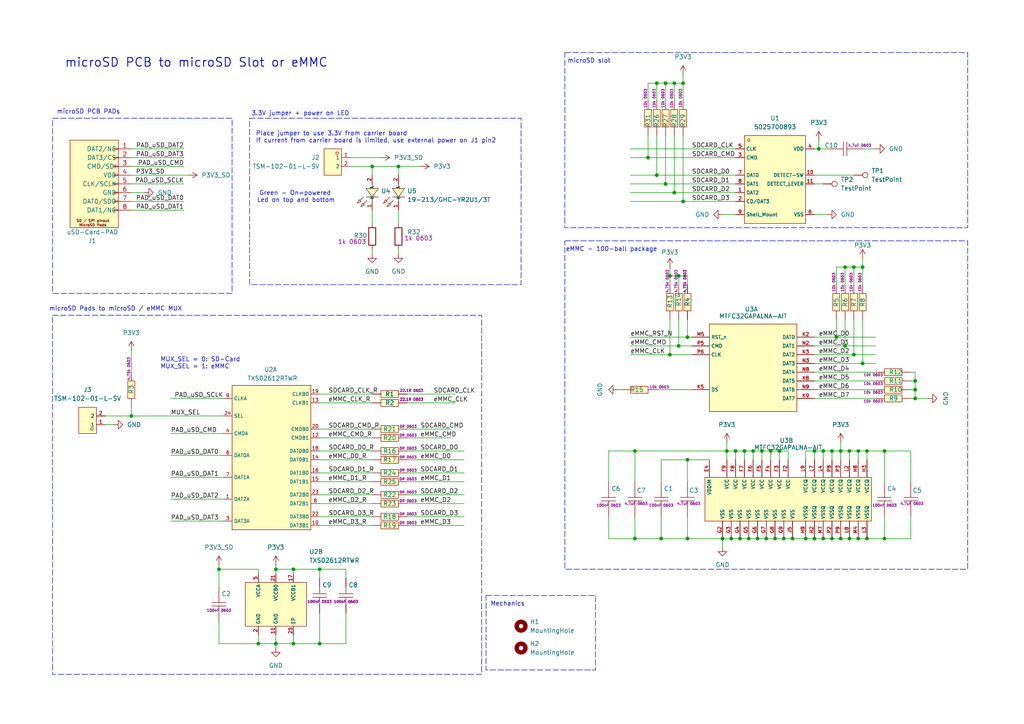
<source format=kicad_sch>
(kicad_sch (version 20250114) (generator "eeschema") (generator_version "9.0")
  (paper "A4")
  (title_block (title "uSD-PCB-MUX") (date "2025-06-22") (rev "01"))
  (rectangle (start 163.83 69.85) (end 280.67 165.1) (stroke (width 0) (type dash)))
  (rectangle (start 140.97 172.72) (end 172.72 194.31) (stroke (width 0) (type dash)))
  (rectangle (start 15.24 91.44) (end 139.7 195.58) (stroke (width 0) (type dash)))
  (rectangle (start 163.83 15.24) (end 280.67 66.04) (stroke (width 0) (type dash)))
  (rectangle (start 15.24 34.29) (end 67.31 85.09) (stroke (width 0) (type dash)))
  (rectangle (start 72.39 34.29) (end 151.13 82.55) (stroke (width 0) (type dash)))
  (text "Led on top and bottom" (at 85.852 58.166 0) (effects (font (size 1.27 1.27))))
  (text "microSD PCB to microSD Slot or eMMC " (at 57.912 18.288 0) (effects (font (size 2.54 2.54) (thickness 0.254) (bold yes))))
  (text "Green - On=powered" (at 85.598 56.134 0) (effects (font (size 1.27 1.27))))
  (text "MUX_SEL = 0: SD-Card\nMUX_SEL = 1: eMMC" (at 46.482 103.632 0) (effects (font (size 1.27 1.27)) (justify left top)))
  (text "microSD Pads to microSD / eMMC MUX" (at 33.528 89.662 0) (effects (font (size 1.27 1.27))))
  (text "microSD slot" (at 164.592 17.018 0) (effects (font (size 1.27 1.27)) (justify left top)))
  (text "eMMC - 100-ball package" (at 164.084 71.628 0) (effects (font (size 1.27 1.27)) (justify left top)))
  (text "Mechanics" (at 142.24 174.498 0) (effects (font (size 1.27 1.27)) (justify left top)))
  (text "microSD PCB PADs" (at 25.654 32.512 0) (effects (font (size 1.27 1.27))))
  (text "3.3V jumper + power on LED" (at 72.898 32.258 0) (effects (font (size 1.27 1.27)) (justify left top)))
  (text "Place jumper to use 3.3V from carrier board\nIf current from carrier board is limited, use external power on J1 pin2" (at 74.168 38.1 0) (effects (font (size 1.27 1.27)) (justify left top)))
  (junction (at 251.46 130.81))
  (junction (at 115.57 48.26))
  (junction (at 194.31 102.87))
  (junction (at 187.96 45.72))
  (junction (at 217.17 156.21))
  (junction (at 222.25 156.21))
  (junction (at 85.09 165.1))
  (junction (at 265.43 115.57))
  (junction (at 198.12 24.13))
  (junction (at 198.12 58.42))
  (junction (at 92.71 186.69))
  (junction (at 190.5 24.13))
  (junction (at 196.85 80.01))
  (junction (at 238.76 130.81))
  (junction (at 199.39 156.21))
  (junction (at 85.09 186.69))
  (junction (at 184.15 130.81))
  (junction (at 199.39 133.35))
  (junction (at 241.3 130.81))
  (junction (at 237.49 43.18))
  (junction (at 107.95 48.26))
  (junction (at 265.43 110.49))
  (junction (at 219.71 156.21))
  (junction (at 238.76 156.21))
  (junction (at 243.84 156.21))
  (junction (at 213.36 130.81))
  (junction (at 63.5 165.1))
  (junction (at 256.54 156.21))
  (junction (at 80.01 165.1))
  (junction (at 265.43 113.03))
  (junction (at 250.19 105.41))
  (junction (at 184.15 156.21))
  (junction (at 195.58 24.13))
  (junction (at 251.46 156.21))
  (junction (at 236.22 130.81))
  (junction (at 242.57 97.79))
  (junction (at 224.79 156.21))
  (junction (at 193.04 53.34))
  (junction (at 246.38 130.81))
  (junction (at 233.68 156.21))
  (junction (at 227.33 156.21))
  (junction (at 195.58 55.88))
  (junction (at 38.1 120.65))
  (junction (at 209.55 156.21))
  (junction (at 218.44 130.81))
  (junction (at 243.84 130.81))
  (junction (at 214.63 156.21))
  (junction (at 246.38 156.21))
  (junction (at 190.5 50.8))
  (junction (at 256.54 130.81))
  (junction (at 245.11 100.33))
  (junction (at 223.52 130.81))
  (junction (at 199.39 97.79))
  (junction (at 248.92 156.21))
  (junction (at 210.82 130.81))
  (junction (at 191.77 156.21))
  (junction (at 229.87 156.21))
  (junction (at 247.65 102.87))
  (junction (at 247.65 77.47))
  (junction (at 196.85 100.33))
  (junction (at 220.98 130.81))
  (junction (at 248.92 130.81))
  (junction (at 250.19 77.47))
  (junction (at 194.31 80.01))
  (junction (at 193.04 24.13))
  (junction (at 215.9 130.81))
  (junction (at 245.11 77.47))
  (junction (at 92.71 165.1))
  (junction (at 236.22 156.21))
  (junction (at 226.06 130.81))
  (junction (at 74.93 186.69))
  (junction (at 212.09 156.21))
  (junction (at 241.3 156.21))
  (junction (at 80.01 186.69))
  (wire (pts (xy 74.93 165.1) (xy 63.5 165.1)))
  (wire (pts (xy 118.11 146.05) (xy 134.62 146.05)))
  (wire (pts (xy 243.84 130.81) (xy 246.38 130.81)))
  (wire (pts (xy 80.01 165.1) (xy 80.01 166.37)))
  (wire (pts (xy 187.96 24.13) (xy 190.5 24.13)))
  (wire (pts (xy 236.22 97.79) (xy 242.57 97.79)))
  (wire (pts (xy 226.06 130.81) (xy 226.06 133.35)))
  (wire (pts (xy 215.9 130.81) (xy 218.44 130.81)))
  (wire (pts (xy 265.43 115.57) (xy 269.24 115.57)))
  (wire (pts (xy 191.77 133.35) (xy 199.39 133.35)))
  (wire (pts (xy 101.6 45.72) (xy 110.49 45.72)))
  (wire (pts (xy 38.1 58.42) (xy 53.34 58.42)))
  (wire (pts (xy 92.71 116.84) (xy 107.95 116.84)))
  (wire (pts (xy 80.01 187.96) (xy 80.01 186.69)))
  (wire (pts (xy 241.3 130.81) (xy 241.3 133.35)))
  (wire (pts (xy 191.77 139.7) (xy 191.77 133.35)))
  (wire (pts (xy 195.58 39.37) (xy 195.58 55.88)))
  (wire (pts (xy 118.11 152.4) (xy 134.62 152.4)))
  (wire (pts (xy 242.57 97.79) (xy 254 97.79)))
  (wire (pts (xy 265.43 107.95) (xy 264.16 107.95)))
  (wire (pts (xy 182.88 97.79) (xy 199.39 97.79)))
  (wire (pts (xy 215.9 130.81) (xy 215.9 133.35)))
  (wire (pts (xy 236.22 113.03) (xy 254 113.03)))
  (wire (pts (xy 210.82 130.81) (xy 184.15 130.81)))
  (wire (pts (xy 190.5 24.13) (xy 190.5 29.21)))
  (wire (pts (xy 223.52 130.81) (xy 226.06 130.81)))
  (wire (pts (xy 264.16 130.81) (xy 264.16 139.7)))
  (wire (pts (xy 219.71 156.21) (xy 222.25 156.21)))
  (wire (pts (xy 118.11 137.16) (xy 134.62 137.16)))
  (wire (pts (xy 187.96 24.13) (xy 187.96 29.21)))
  (wire (pts (xy 118.11 133.35) (xy 134.62 133.35)))
  (wire (pts (xy 246.38 156.21) (xy 248.92 156.21)))
  (wire (pts (xy 107.95 73.66) (xy 107.95 72.39)))
  (wire (pts (xy 256.54 130.81) (xy 256.54 139.7)))
  (wire (pts (xy 193.04 53.34) (xy 213.36 53.34)))
  (wire (pts (xy 242.57 77.47) (xy 245.11 77.47)))
  (wire (pts (xy 217.17 156.21) (xy 219.71 156.21)))
  (wire (pts (xy 80.01 186.69) (xy 74.93 186.69)))
  (wire (pts (xy 194.31 92.71) (xy 194.31 102.87)))
  (wire (pts (xy 238.76 156.21) (xy 241.3 156.21)))
  (wire (pts (xy 190.5 24.13) (xy 193.04 24.13)))
  (wire (pts (xy 176.53 130.81) (xy 176.53 139.7)))
  (wire (pts (xy 63.5 186.69) (xy 74.93 186.69)))
  (wire (pts (xy 92.71 143.51) (xy 107.95 143.51)))
  (wire (pts (xy 228.6 130.81) (xy 228.6 133.35)))
  (wire (pts (xy 184.15 156.21) (xy 191.77 156.21)))
  (wire (pts (xy 251.46 130.81) (xy 256.54 130.81)))
  (wire (pts (xy 176.53 130.81) (xy 184.15 130.81)))
  (wire (pts (xy 118.11 124.46) (xy 130.81 124.46)))
  (wire (pts (xy 182.88 43.18) (xy 213.36 43.18)))
  (wire (pts (xy 236.22 107.95) (xy 254 107.95)))
  (wire (pts (xy 49.53 115.57) (xy 64.77 115.57)))
  (wire (pts (xy 222.25 156.21) (xy 224.79 156.21)))
  (wire (pts (xy 247.65 50.8) (xy 236.22 50.8)))
  (wire (pts (xy 236.22 156.21) (xy 238.76 156.21)))
  (wire (pts (xy 233.68 130.81) (xy 233.68 133.35)))
  (wire (pts (xy 265.43 113.03) (xy 264.16 113.03)))
  (wire (pts (xy 236.22 115.57) (xy 254 115.57)))
  (wire (pts (xy 92.71 165.1) (xy 92.71 167.64)))
  (wire (pts (xy 218.44 130.81) (xy 218.44 133.35)))
  (wire (pts (xy 38.1 53.34) (xy 53.34 53.34)))
  (wire (pts (xy 176.53 156.21) (xy 176.53 149.86)))
  (wire (pts (xy 41.91 55.88) (xy 38.1 55.88)))
  (wire (pts (xy 92.71 127) (xy 107.95 127)))
  (wire (pts (xy 199.39 133.35) (xy 205.74 133.35)))
  (wire (pts (xy 193.04 24.13) (xy 195.58 24.13)))
  (wire (pts (xy 199.39 156.21) (xy 191.77 156.21)))
  (wire (pts (xy 199.39 80.01) (xy 196.85 80.01)))
  (wire (pts (xy 196.85 80.01) (xy 194.31 80.01)))
  (wire (pts (xy 236.22 110.49) (xy 254 110.49)))
  (wire (pts (xy 194.31 77.47) (xy 194.31 80.01)))
  (wire (pts (xy 182.88 45.72) (xy 187.96 45.72)))
  (wire (pts (xy 209.55 156.21) (xy 212.09 156.21)))
  (wire (pts (xy 187.96 39.37) (xy 187.96 45.72)))
  (wire (pts (xy 198.12 21.59) (xy 198.12 24.13)))
  (wire (pts (xy 213.36 130.81) (xy 213.36 133.35)))
  (wire (pts (xy 74.93 166.37) (xy 74.93 165.1)))
  (wire (pts (xy 118.11 127) (xy 130.81 127)))
  (wire (pts (xy 248.92 130.81) (xy 251.46 130.81)))
  (wire (pts (xy 63.5 163.83) (xy 63.5 165.1)))
  (wire (pts (xy 250.19 74.93) (xy 250.19 77.47)))
  (wire (pts (xy 38.1 118.11) (xy 38.1 120.65)))
  (wire (pts (xy 193.04 39.37) (xy 193.04 53.34)))
  (wire (pts (xy 227.33 156.21) (xy 229.87 156.21)))
  (wire (pts (xy 115.57 48.26) (xy 115.57 50.8)))
  (wire (pts (xy 237.49 43.18) (xy 237.49 40.64)))
  (wire (pts (xy 256.54 156.21) (xy 264.16 156.21)))
  (wire (pts (xy 229.87 156.21) (xy 233.68 156.21)))
  (wire (pts (xy 247.65 77.47) (xy 247.65 82.55)))
  (wire (pts (xy 238.76 130.81) (xy 241.3 130.81)))
  (wire (pts (xy 85.09 165.1) (xy 80.01 165.1)))
  (wire (pts (xy 118.11 114.3) (xy 132.08 114.3)))
  (wire (pts (xy 92.71 152.4) (xy 107.95 152.4)))
  (wire (pts (xy 226.06 130.81) (xy 228.6 130.81)))
  (wire (pts (xy 248.92 156.21) (xy 251.46 156.21)))
  (wire (pts (xy 118.11 139.7) (xy 134.62 139.7)))
  (wire (pts (xy 92.71 137.16) (xy 107.95 137.16)))
  (wire (pts (xy 199.39 80.01) (xy 199.39 82.55)))
  (wire (pts (xy 209.55 62.23) (xy 213.36 62.23)))
  (wire (pts (xy 240.03 62.23) (xy 236.22 62.23)))
  (wire (pts (xy 265.43 115.57) (xy 265.43 113.03)))
  (wire (pts (xy 246.38 130.81) (xy 248.92 130.81)))
  (wire (pts (xy 179.07 113.03) (xy 180.34 113.03)))
  (wire (pts (xy 212.09 156.21) (xy 214.63 156.21)))
  (wire (pts (xy 265.43 113.03) (xy 265.43 110.49)))
  (wire (pts (xy 247.65 92.71) (xy 247.65 102.87)))
  (wire (pts (xy 218.44 130.81) (xy 220.98 130.81)))
  (wire (pts (xy 92.71 130.81) (xy 107.95 130.81)))
  (wire (pts (xy 115.57 73.66) (xy 115.57 72.39)))
  (wire (pts (xy 236.22 100.33) (xy 245.11 100.33)))
  (wire (pts (xy 38.1 120.65) (xy 64.77 120.65)))
  (wire (pts (xy 236.22 102.87) (xy 247.65 102.87)))
  (wire (pts (xy 80.01 186.69) (xy 80.01 184.15)))
  (wire (pts (xy 199.39 149.86) (xy 199.39 156.21)))
  (wire (pts (xy 100.33 177.8) (xy 100.33 186.69)))
  (wire (pts (xy 210.82 128.27) (xy 210.82 130.81)))
  (wire (pts (xy 195.58 55.88) (xy 213.36 55.88)))
  (wire (pts (xy 247.65 102.87) (xy 254 102.87)))
  (wire (pts (xy 49.53 132.08) (xy 64.77 132.08)))
  (wire (pts (xy 92.71 177.8) (xy 92.71 186.69)))
  (wire (pts (xy 85.09 186.69) (xy 85.09 184.15)))
  (wire (pts (xy 248.92 130.81) (xy 248.92 133.35)))
  (wire (pts (xy 92.71 186.69) (xy 85.09 186.69)))
  (wire (pts (xy 198.12 24.13) (xy 198.12 29.21)))
  (wire (pts (xy 242.57 92.71) (xy 242.57 97.79)))
  (wire (pts (xy 256.54 130.81) (xy 264.16 130.81)))
  (wire (pts (xy 220.98 130.81) (xy 223.52 130.81)))
  (wire (pts (xy 100.33 186.69) (xy 92.71 186.69)))
  (wire (pts (xy 92.71 149.86) (xy 107.95 149.86)))
  (wire (pts (xy 233.68 156.21) (xy 236.22 156.21)))
  (wire (pts (xy 245.11 92.71) (xy 245.11 100.33)))
  (wire (pts (xy 250.19 77.47) (xy 250.19 82.55)))
  (wire (pts (xy 233.68 130.81) (xy 236.22 130.81)))
  (wire (pts (xy 209.55 158.75) (xy 209.55 156.21)))
  (wire (pts (xy 92.71 114.3) (xy 107.95 114.3)))
  (wire (pts (xy 190.5 39.37) (xy 190.5 50.8)))
  (wire (pts (xy 100.33 165.1) (xy 92.71 165.1)))
  (wire (pts (xy 210.82 130.81) (xy 213.36 130.81)))
  (wire (pts (xy 265.43 115.57) (xy 264.16 115.57)))
  (wire (pts (xy 265.43 107.95) (xy 265.43 110.49)))
  (wire (pts (xy 198.12 39.37) (xy 198.12 58.42)))
  (wire (pts (xy 100.33 167.64) (xy 100.33 165.1)))
  (wire (pts (xy 118.11 149.86) (xy 134.62 149.86)))
  (wire (pts (xy 251.46 130.81) (xy 251.46 133.35)))
  (wire (pts (xy 236.22 130.81) (xy 236.22 133.35)))
  (wire (pts (xy 250.19 92.71) (xy 250.19 105.41)))
  (wire (pts (xy 38.1 50.8) (xy 54.61 50.8)))
  (wire (pts (xy 85.09 186.69) (xy 80.01 186.69)))
  (wire (pts (xy 191.77 149.86) (xy 191.77 156.21)))
  (wire (pts (xy 115.57 60.96) (xy 115.57 64.77)))
  (wire (pts (xy 198.12 58.42) (xy 213.36 58.42)))
  (wire (pts (xy 38.1 60.96) (xy 53.34 60.96)))
  (wire (pts (xy 107.95 48.26) (xy 115.57 48.26)))
  (wire (pts (xy 107.95 48.26) (xy 107.95 50.8)))
  (wire (pts (xy 240.03 43.18) (xy 237.49 43.18)))
  (wire (pts (xy 85.09 166.37) (xy 85.09 165.1)))
  (wire (pts (xy 195.58 24.13) (xy 198.12 24.13)))
  (wire (pts (xy 199.39 133.35) (xy 199.39 139.7)))
  (wire (pts (xy 199.39 97.79) (xy 200.66 97.79)))
  (wire (pts (xy 182.88 100.33) (xy 196.85 100.33)))
  (wire (pts (xy 190.5 113.03) (xy 200.66 113.03)))
  (wire (pts (xy 92.71 139.7) (xy 107.95 139.7)))
  (wire (pts (xy 115.57 48.26) (xy 121.92 48.26)))
  (wire (pts (xy 236.22 43.18) (xy 237.49 43.18)))
  (wire (pts (xy 199.39 156.21) (xy 209.55 156.21)))
  (wire (pts (xy 49.53 144.78) (xy 64.77 144.78)))
  (wire (pts (xy 30.48 120.65) (xy 38.1 120.65)))
  (wire (pts (xy 92.71 124.46) (xy 107.95 124.46)))
  (wire (pts (xy 223.52 130.81) (xy 223.52 133.35)))
  (wire (pts (xy 118.11 143.51) (xy 134.62 143.51)))
  (wire (pts (xy 247.65 77.47) (xy 250.19 77.47)))
  (wire (pts (xy 187.96 45.72) (xy 213.36 45.72)))
  (wire (pts (xy 194.31 80.01) (xy 194.31 82.55)))
  (wire (pts (xy 38.1 43.18) (xy 53.34 43.18)))
  (wire (pts (xy 74.93 186.69) (xy 74.93 184.15)))
  (wire (pts (xy 118.11 130.81) (xy 134.62 130.81)))
  (wire (pts (xy 182.88 53.34) (xy 193.04 53.34)))
  (wire (pts (xy 213.36 130.81) (xy 215.9 130.81)))
  (wire (pts (xy 80.01 163.83) (xy 80.01 165.1)))
  (wire (pts (xy 236.22 130.81) (xy 238.76 130.81)))
  (wire (pts (xy 176.53 156.21) (xy 184.15 156.21)))
  (wire (pts (xy 224.79 156.21) (xy 227.33 156.21)))
  (wire (pts (xy 196.85 80.01) (xy 196.85 82.55)))
  (wire (pts (xy 196.85 100.33) (xy 200.66 100.33)))
  (wire (pts (xy 194.31 102.87) (xy 200.66 102.87)))
  (wire (pts (xy 241.3 156.21) (xy 243.84 156.21)))
  (wire (pts (xy 49.53 125.73) (xy 64.77 125.73)))
  (wire (pts (xy 182.88 58.42) (xy 198.12 58.42)))
  (wire (pts (xy 38.1 48.26) (xy 53.34 48.26)))
  (wire (pts (xy 63.5 165.1) (xy 63.5 170.18)))
  (wire (pts (xy 184.15 156.21) (xy 184.15 149.86)))
  (wire (pts (xy 92.71 146.05) (xy 107.95 146.05)))
  (wire (pts (xy 245.11 77.47) (xy 247.65 77.47)))
  (wire (pts (xy 243.84 156.21) (xy 246.38 156.21)))
  (wire (pts (xy 92.71 133.35) (xy 107.95 133.35)))
  (wire (pts (xy 238.76 53.34) (xy 236.22 53.34)))
  (wire (pts (xy 190.5 50.8) (xy 213.36 50.8)))
  (wire (pts (xy 246.38 130.81) (xy 246.38 133.35)))
  (wire (pts (xy 254 43.18) (xy 250.19 43.18)))
  (wire (pts (xy 236.22 105.41) (xy 250.19 105.41)))
  (wire (pts (xy 245.11 77.47) (xy 245.11 82.55)))
  (wire (pts (xy 243.84 130.81) (xy 243.84 133.35)))
  (wire (pts (xy 101.6 48.26) (xy 107.95 48.26)))
  (wire (pts (xy 184.15 130.81) (xy 184.15 139.7)))
  (wire (pts (xy 242.57 77.47) (xy 242.57 82.55)))
  (wire (pts (xy 210.82 130.81) (xy 210.82 133.35)))
  (wire (pts (xy 38.1 45.72) (xy 53.34 45.72)))
  (wire (pts (xy 220.98 130.81) (xy 220.98 133.35)))
  (wire (pts (xy 241.3 130.81) (xy 243.84 130.81)))
  (wire (pts (xy 182.88 102.87) (xy 194.31 102.87)))
  (wire (pts (xy 63.5 180.34) (xy 63.5 186.69)))
  (wire (pts (xy 250.19 105.41) (xy 254 105.41)))
  (wire (pts (xy 118.11 116.84) (xy 132.08 116.84)))
  (wire (pts (xy 49.53 151.13) (xy 64.77 151.13)))
  (wire (pts (xy 193.04 24.13) (xy 193.04 29.21)))
  (wire (pts (xy 245.11 100.33) (xy 254 100.33)))
  (wire (pts (xy 238.76 130.81) (xy 238.76 133.35)))
  (wire (pts (xy 264.16 156.21) (xy 264.16 149.86)))
  (wire (pts (xy 199.39 92.71) (xy 199.39 97.79)))
  (wire (pts (xy 195.58 24.13) (xy 195.58 29.21)))
  (wire (pts (xy 38.1 101.6) (xy 38.1 107.95)))
  (wire (pts (xy 214.63 156.21) (xy 217.17 156.21)))
  (wire (pts (xy 107.95 60.96) (xy 107.95 64.77)))
  (wire (pts (xy 49.53 138.43) (xy 64.77 138.43)))
  (wire (pts (xy 256.54 156.21) (xy 256.54 149.86)))
  (wire (pts (xy 33.02 123.19) (xy 30.48 123.19)))
  (wire (pts (xy 251.46 156.21) (xy 256.54 156.21)))
  (wire (pts (xy 182.88 50.8) (xy 190.5 50.8)))
  (wire (pts (xy 182.88 55.88) (xy 195.58 55.88)))
  (wire (pts (xy 196.85 92.71) (xy 196.85 100.33)))
  (wire (pts (xy 243.84 128.27) (xy 243.84 130.81)))
  (wire (pts (xy 92.71 165.1) (xy 85.09 165.1)))
  (wire (pts (xy 265.43 110.49) (xy 264.16 110.49)))
  (label "eMMC_D2" (at 237.49 102.87 0))
  (label "MUX_SEL" (at 49.53 120.65 0))
  (label "PAD_uSD_DAT3" (at 49.53 151.13 0))
  (label "eMMC_D3" (at 237.49 105.41 0))
  (label "eMMC_CMD" (at 121.92 127 0))
  (label "PAD_uSD_DAT1" (at 53.34 60.96 180))
  (label "PAD_uSD_SCLK" (at 64.77 115.57 180))
  (label "SDCARD_D0" (at 200.66 50.8 0))
  (label "SDCARD_CMD" (at 121.92 124.46 0))
  (label "SDCARD_D3_R" (at 95.25 149.86 0))
  (label "SDCARD_D1" (at 200.66 53.34 0))
  (label "eMMC_D7" (at 237.49 115.57 0))
  (label "PAD_uSD_CMD" (at 49.53 125.73 0))
  (label "SDCARD_CLK_R" (at 95.25 114.3 0))
  (label "eMMC_D1_R" (at 95.25 139.7 0))
  (label "P3V3_SD" (at 39.37 50.8 0))
  (label "PAD_uSD_DAT3" (at 53.34 45.72 180))
  (label "SDCARD_D1" (at 121.92 137.16 0))
  (label "SDCARD_D1_R" (at 95.25 137.16 0))
  (label "eMMC_D1" (at 237.49 100.33 0))
  (label "eMMC_D0" (at 121.92 133.35 0))
  (label "PAD_uSD_CMD" (at 53.34 48.26 180))
  (label "SDCARD_D3" (at 200.66 58.42 0))
  (label "SDCARD_CMD_R" (at 95.25 124.46 0))
  (label "PAD_uSD_DAT2" (at 49.53 144.78 0))
  (label "SDCARD_D2_R" (at 95.25 143.51 0))
  (label "eMMC_CLK_R" (at 95.25 116.84 0))
  (label "eMMC_D2" (at 121.92 146.05 0))
  (label "eMMC_D0_R" (at 95.25 133.35 0))
  (label "SDCARD_D2" (at 121.92 143.51 0))
  (label "SDCARD_D3" (at 121.92 149.86 0))
  (label "eMMC_D2_R" (at 95.25 146.05 0))
  (label "PAD_uSD_DAT0" (at 53.34 58.42 180))
  (label "PAD_uSD_DAT2" (at 53.34 43.18 180))
  (label "eMMC_D6" (at 237.49 113.03 0))
  (label "eMMC_CLK" (at 182.88 102.87 0))
  (label "eMMC_CLK" (at 125.73 116.84 0))
  (label "eMMC_CMD_R" (at 95.25 127 0))
  (label "SDCARD_CLK" (at 125.73 114.3 0))
  (label "SDCARD_CLK" (at 200.66 43.18 0))
  (label "eMMC_D4" (at 237.49 107.95 0))
  (label "SDCARD_D2" (at 200.66 55.88 0))
  (label "SDCARD_D0_R" (at 95.25 130.81 0))
  (label "eMMC_D3" (at 121.92 152.4 0))
  (label "eMMC_D1" (at 121.92 139.7 0))
  (label "SDCARD_D0" (at 121.92 130.81 0))
  (label "PAD_uSD_DAT1" (at 49.53 138.43 0))
  (label "eMMC_RST_N" (at 182.88 97.79 0))
  (label "eMMC_D0" (at 237.49 97.79 0))
  (label "SDCARD_CMD" (at 200.66 45.72 0))
  (label "eMMC_D5" (at 237.49 110.49 0))
  (label "PAD_uSD_DAT0" (at 49.53 132.08 0))
  (label "eMMC_D3_R" (at 95.25 152.4 0))
  (label "PAD_uSD_SCLK" (at 53.34 53.34 180))
  (label "eMMC_CMD" (at 182.88 100.33 0))
  (symbol (lib_id "JLC_Symbols:RC0603JR-070RL") (at 113.03 139.7 0) (unit 1)
    (property "Reference" "R25" (at 113.03 139.7 0))
    (property "Value" "RC0603JR-070RL" (effects (hide yes)))
    (property "Footprint" "Resistor_SMD_lib:R_0603_1608Metric_Pad0.98x0.95mm_HandSolder" (effects (hide yes)))
    (property "Datasheet" "https://www.mouser.in/datasheet/2/447/PYu_RT_1_to_0_01_RoHS_L_11-1669912.pdf" (effects (hide yes)))
    (property "Description" "0R 0603" (at 118.364 138.938 0) (effects (font (size 0.762 0.762))))
    (property "LCSC" "C95177" (effects (hide yes)))
  )
  (symbol (lib_id "JLC_Symbols:RC0603JR-070RL") (at 113.03 143.51 0) (unit 1)
    (property "Reference" "R22" (at 113.03 143.51 0))
    (property "Value" "RC0603JR-070RL" (effects (hide yes)))
    (property "Footprint" "Resistor_SMD_lib:R_0603_1608Metric_Pad0.98x0.95mm_HandSolder" (effects (hide yes)))
    (property "Datasheet" "https://www.mouser.in/datasheet/2/447/PYu_RT_1_to_0_01_RoHS_L_11-1669912.pdf" (effects (hide yes)))
    (property "Description" "0R 0603" (at 118.364 142.748 0) (effects (font (size 0.762 0.762))))
    (property "LCSC" "C95177" (effects (hide yes)))
  )
  (symbol (lib_id "JLC_Symbols:RC0603JR-0710KL") (at 259.08 115.57 180) (unit 1)
    (property "Reference" "R9" (at 257.81 115.57 0) (effects (justify right)))
    (property "Value" "RC0603JR-0710KL" (effects (hide yes)))
    (property "Footprint" "Resistor_SMD_lib:R_0603_1608Metric_Pad0.98x0.95mm_HandSolder" (effects (hide yes)))
    (property "Datasheet" "https://www.mouser.in/datasheet/2/447/PYu_RT_1_to_0_01_RoHS_L_11-1669912.pdf" (effects (hide yes)))
    (property "Description" "10k 0603" (at 250.444 116.332 0) (effects (font (size 0.762 0.762)) (justify right)))
    (property "LCSC" "C99198" (effects (hide yes)))
  )
  (symbol (lib_id "Power:VCC") (at 38.1 101.6 0) (unit 1)
    (property "Reference" "#PWR07" (effects (hide yes)))
    (property "Value" "P3V3" (at 38.1 96.52 0))
    (property "Description" "Power symbol creates a global label with name \"VCC\"" (effects (hide yes)))
  )
  (symbol (lib_id "Power:VCC") (at 243.84 128.27 0) (unit 1)
    (property "Reference" "#PWR014" (effects (hide yes)))
    (property "Value" "P3V3" (at 243.84 123.19 0))
    (property "Description" "Power symbol creates a global label with name \"VCC\"" (effects (hide yes)))
  )
  (symbol (lib_id "JLC_Symbols:CC0603KRX7R9BB104") (at 191.77 144.78 90) (unit 1)
    (property "Reference" "C1" (at 192.532 141.732 90) (effects (justify right)))
    (property "Value" "CC0603KRX7R9BB104" (effects (hide yes)))
    (property "Footprint" "Capacitor_SMD:C_0603_1608Metric_Pad1.08x0.95mm_HandSolder" (effects (hide yes)))
    (property "Datasheet" "https://jlcpcb.com/api/file/downloadByFileSystemAccessId/8579707083955945472" (effects (hide yes)))
    (property "Description" "100nF 0603" (at 188.214 146.558 90) (effects (font (size 0.762 0.762)) (justify right)))
    (property "LCSC" "C14663" (effects (hide yes)))
    (property "Descr2" "50V X7R" (effects (hide yes)))
  )
  (symbol (lib_id "JLC_Symbols:RC0603FR-074K75L") (at 194.31 87.63 90) (unit 1)
    (property "Reference" "R13" (at 194.31 89.408 0) (effects (justify left)))
    (property "Value" "RC0603FR-074K75L" (effects (hide yes)))
    (property "Footprint" "Resistor_SMD_lib:R_0603_1608Metric_Pad0.98x0.95mm_HandSolder" (effects (hide yes)))
    (property "Datasheet" "https://www.mouser.in/datasheet/2/447/PYu_RT_1_to_0_01_RoHS_L_11-1669912.pdf" (effects (hide yes)))
    (property "Description" "4.75k 0603" (at 193.548 81.534 0) (effects (font (size 0.762 0.762))))
    (property "LCSC" "C137710" (effects (hide yes)))
  )
  (symbol (lib_id "Power:GND") (at 254 43.18 90) (unit 1)
    (property "Reference" "#PWR020" (effects (hide yes)))
    (property "Value" "GND" (at 257.81 43.1801 90) (effects (justify right)))
    (property "Description" "Power symbol creates a global label with name \"GND\" , ground" (effects (hide yes)))
  )
  (symbol (lib_id "Power:VCC") (at 110.49 45.72 270) (unit 1)
    (property "Reference" "#PWR016" (effects (hide yes)))
    (property "Value" "P3V3_SD" (at 114.3 45.7199 90) (effects (justify left)))
    (property "Description" "Power symbol creates a global label with name \"VCC\"" (effects (hide yes)))
  )
  (symbol (lib_id "JLC_Symbols:RC0603JR-0710KL") (at 242.57 87.63 90) (unit 1)
    (property "Reference" "R5" (at 242.57 86.36 0) (effects (justify right)))
    (property "Value" "RC0603JR-0710KL" (effects (hide yes)))
    (property "Footprint" "Resistor_SMD_lib:R_0603_1608Metric_Pad0.98x0.95mm_HandSolder" (effects (hide yes)))
    (property "Datasheet" "https://www.mouser.in/datasheet/2/447/PYu_RT_1_to_0_01_RoHS_L_11-1669912.pdf" (effects (hide yes)))
    (property "Description" "10k 0603" (at 241.808 78.994 0) (effects (font (size 0.762 0.762)) (justify right)))
    (property "LCSC" "C99198" (effects (hide yes)))
  )
  (symbol (lib_id "JLC_Symbols:CC0603KRX7R9BB104") (at 100.33 172.72 90) (unit 1)
    (property "Reference" "C8" (at 101.092 169.672 90) (effects (justify right)))
    (property "Value" "CC0603KRX7R9BB104" (effects (hide yes)))
    (property "Footprint" "Capacitor_SMD:C_0603_1608Metric_Pad1.08x0.95mm_HandSolder" (effects (hide yes)))
    (property "Datasheet" "https://jlcpcb.com/api/file/downloadByFileSystemAccessId/8579707083955945472" (effects (hide yes)))
    (property "Description" "100nF 0603" (at 96.774 174.498 90) (effects (font (size 0.762 0.762)) (justify right)))
    (property "LCSC" "C14663" (effects (hide yes)))
    (property "Descr2" "50V X7R" (effects (hide yes)))
  )
  (symbol (lib_id "JLC_Symbols:RC0603JR-070RL") (at 113.03 152.4 0) (unit 1)
    (property "Reference" "R19" (at 113.03 152.4 0))
    (property "Value" "RC0603JR-070RL" (effects (hide yes)))
    (property "Footprint" "Resistor_SMD_lib:R_0603_1608Metric_Pad0.98x0.95mm_HandSolder" (effects (hide yes)))
    (property "Datasheet" "https://www.mouser.in/datasheet/2/447/PYu_RT_1_to_0_01_RoHS_L_11-1669912.pdf" (effects (hide yes)))
    (property "Description" "0R 0603" (at 118.364 151.638 0) (effects (font (size 0.762 0.762))))
    (property "LCSC" "C95177" (effects (hide yes)))
  )
  (symbol (lib_id "JLC_Symbols:RC0603JR-0710KL") (at 187.96 34.29 90) (unit 1)
    (property "Reference" "R31" (at 187.96 33.02 0) (effects (justify right)))
    (property "Value" "RC0603JR-0710KL" (effects (hide yes)))
    (property "Footprint" "Resistor_SMD_lib:R_0603_1608Metric_Pad0.98x0.95mm_HandSolder" (effects (hide yes)))
    (property "Datasheet" "https://www.mouser.in/datasheet/2/447/PYu_RT_1_to_0_01_RoHS_L_11-1669912.pdf" (effects (hide yes)))
    (property "Description" "10k 0603" (at 187.198 25.654 0) (effects (font (size 0.762 0.762)) (justify right)))
    (property "LCSC" "C99198" (effects (hide yes)))
  )
  (symbol (lib_id "JLC_Symbols:RC0603FR-074K75L") (at 196.85 87.63 90) (unit 1)
    (property "Reference" "R14" (at 196.85 88.9 0) (effects (justify left)))
    (property "Value" "RC0603FR-074K75L" (effects (hide yes)))
    (property "Footprint" "Resistor_SMD_lib:R_0603_1608Metric_Pad0.98x0.95mm_HandSolder" (effects (hide yes)))
    (property "Datasheet" "https://www.mouser.in/datasheet/2/447/PYu_RT_1_to_0_01_RoHS_L_11-1669912.pdf" (effects (hide yes)))
    (property "Description" "4.75k 0603" (at 196.088 81.534 0) (effects (font (size 0.762 0.762))))
    (property "LCSC" "C137710" (effects (hide yes)))
  )
  (symbol (lib_id "JLC_Symbols:RC0603JR-070RL") (at 113.03 130.81 0) (unit 1)
    (property "Reference" "R16" (at 113.03 130.81 0))
    (property "Value" "RC0603JR-070RL" (effects (hide yes)))
    (property "Footprint" "Resistor_SMD_lib:R_0603_1608Metric_Pad0.98x0.95mm_HandSolder" (effects (hide yes)))
    (property "Datasheet" "https://www.mouser.in/datasheet/2/447/PYu_RT_1_to_0_01_RoHS_L_11-1669912.pdf" (effects (hide yes)))
    (property "Description" "0R 0603" (at 118.364 130.048 0) (effects (font (size 0.762 0.762))))
    (property "LCSC" "C95177" (effects (hide yes)))
  )
  (symbol (lib_id "Power:VCC") (at 198.12 21.59 0) (unit 1)
    (property "Reference" "#PWR021" (effects (hide yes)))
    (property "Value" "P3V3" (at 198.12 16.51 0))
    (property "Description" "Power symbol creates a global label with name \"VCC\"" (effects (hide yes)))
  )
  (symbol (lib_id "JLC_Symbols:RC0603JR-0710KL") (at 190.5 34.29 90) (unit 1)
    (property "Reference" "R26" (at 190.5 33.02 0) (effects (justify right)))
    (property "Value" "RC0603JR-0710KL" (effects (hide yes)))
    (property "Footprint" "Resistor_SMD_lib:R_0603_1608Metric_Pad0.98x0.95mm_HandSolder" (effects (hide yes)))
    (property "Datasheet" "https://www.mouser.in/datasheet/2/447/PYu_RT_1_to_0_01_RoHS_L_11-1669912.pdf" (effects (hide yes)))
    (property "Description" "10k 0603" (at 189.738 25.654 0) (effects (font (size 0.762 0.762)) (justify right)))
    (property "LCSC" "C99198" (effects (hide yes)))
  )
  (symbol (lib_id "JLC_Symbols:RC0603JR-0710KL") (at 193.04 34.29 90) (unit 1)
    (property "Reference" "R27" (at 193.04 33.02 0) (effects (justify right)))
    (property "Value" "RC0603JR-0710KL" (effects (hide yes)))
    (property "Footprint" "Resistor_SMD_lib:R_0603_1608Metric_Pad0.98x0.95mm_HandSolder" (effects (hide yes)))
    (property "Datasheet" "https://www.mouser.in/datasheet/2/447/PYu_RT_1_to_0_01_RoHS_L_11-1669912.pdf" (effects (hide yes)))
    (property "Description" "10k 0603" (at 192.278 25.654 0) (effects (font (size 0.762 0.762)) (justify right)))
    (property "LCSC" "C99198" (effects (hide yes)))
  )
  (symbol (lib_id "JLC_Symbols:RC0603JR-0710KL") (at 259.08 110.49 180) (unit 1)
    (property "Reference" "R11" (at 257.81 110.49 0) (effects (justify right)))
    (property "Value" "RC0603JR-0710KL" (effects (hide yes)))
    (property "Footprint" "Resistor_SMD_lib:R_0603_1608Metric_Pad0.98x0.95mm_HandSolder" (effects (hide yes)))
    (property "Datasheet" "https://www.mouser.in/datasheet/2/447/PYu_RT_1_to_0_01_RoHS_L_11-1669912.pdf" (effects (hide yes)))
    (property "Description" "10k 0603" (at 250.444 111.252 0) (effects (font (size 0.762 0.762)) (justify right)))
    (property "LCSC" "C99198" (effects (hide yes)))
  )
  (symbol (lib_id "Power:VCC") (at 237.49 40.64 0) (unit 1)
    (property "Reference" "#PWR04" (effects (hide yes)))
    (property "Value" "P3V3" (at 237.49 35.56 0))
    (property "Description" "Power symbol creates a global label with name \"VCC\"" (effects (hide yes)))
  )
  (symbol (lib_id "JLC_Symbols:RC0603JR-0710KL") (at 245.11 87.63 90) (unit 1)
    (property "Reference" "R6" (at 245.11 86.36 0) (effects (justify right)))
    (property "Value" "RC0603JR-0710KL" (effects (hide yes)))
    (property "Footprint" "Resistor_SMD_lib:R_0603_1608Metric_Pad0.98x0.95mm_HandSolder" (effects (hide yes)))
    (property "Datasheet" "https://www.mouser.in/datasheet/2/447/PYu_RT_1_to_0_01_RoHS_L_11-1669912.pdf" (effects (hide yes)))
    (property "Description" "10k 0603" (at 244.348 78.994 0) (effects (font (size 0.762 0.762)) (justify right)))
    (property "LCSC" "C99198" (effects (hide yes)))
  )
  (symbol (lib_id "JLC_Symbols:RC0603JR-070RL") (at 113.03 149.86 0) (unit 1)
    (property "Reference" "R18" (at 113.03 149.86 0))
    (property "Value" "RC0603JR-070RL" (effects (hide yes)))
    (property "Footprint" "Resistor_SMD_lib:R_0603_1608Metric_Pad0.98x0.95mm_HandSolder" (effects (hide yes)))
    (property "Datasheet" "https://www.mouser.in/datasheet/2/447/PYu_RT_1_to_0_01_RoHS_L_11-1669912.pdf" (effects (hide yes)))
    (property "Description" "0R 0603" (at 118.364 149.098 0) (effects (font (size 0.762 0.762))))
    (property "LCSC" "C95177" (effects (hide yes)))
  )
  (symbol (lib_id "JLC_Symbols:CC0603KRX7R9BB104") (at 63.5 175.26 90) (unit 1)
    (property "Reference" "C2" (at 64.262 172.212 90) (effects (justify right)))
    (property "Value" "CC0603KRX7R9BB104" (effects (hide yes)))
    (property "Footprint" "Capacitor_SMD:C_0603_1608Metric_Pad1.08x0.95mm_HandSolder" (effects (hide yes)))
    (property "Datasheet" "https://jlcpcb.com/api/file/downloadByFileSystemAccessId/8579707083955945472" (effects (hide yes)))
    (property "Description" "100nF 0603" (at 59.944 177.038 90) (effects (font (size 0.762 0.762)) (justify right)))
    (property "LCSC" "C14663" (effects (hide yes)))
    (property "Descr2" "50V X7R" (effects (hide yes)))
  )
  (symbol (lib_id "JLC_Symbols:RC0603JR-0710KL") (at 259.08 113.03 180) (unit 1)
    (property "Reference" "R10" (at 257.81 113.03 0) (effects (justify right)))
    (property "Value" "RC0603JR-0710KL" (effects (hide yes)))
    (property "Footprint" "Resistor_SMD_lib:R_0603_1608Metric_Pad0.98x0.95mm_HandSolder" (effects (hide yes)))
    (property "Datasheet" "https://www.mouser.in/datasheet/2/447/PYu_RT_1_to_0_01_RoHS_L_11-1669912.pdf" (effects (hide yes)))
    (property "Description" "10k 0603" (at 250.444 113.792 0) (effects (font (size 0.762 0.762)) (justify right)))
    (property "LCSC" "C99198" (effects (hide yes)))
  )
  (symbol (lib_id "JLC_Symbols:CC0603MRX7R5BB475") (at 199.39 144.78 270) (unit 1)
    (property "Reference" "C3" (at 199.898 142.24 90) (effects (justify left)))
    (property "Value" "CC0603MRX7R5BB475" (effects (hide yes)))
    (property "Footprint" "Capacitor_SMD:C_0603_1608Metric_Pad1.08x0.95mm_HandSolder" (effects (hide yes)))
    (property "Datasheet" "https://jlcpcb.com/api/file/downloadByFileSystemAccessId/8590153403142594560" (effects (hide yes)))
    (property "Description" "4.7uF 0603" (at 196.342 146.05 90) (effects (font (size 0.762 0.762)) (justify left)))
    (property "LCSC" "C1952593" (effects (hide yes)))
    (property "Descr2" "6.3V X7R" (effects (hide yes)))
  )
  (symbol (lib_id "JLC_Symbols:RC0603JR-070RL") (at 113.03 137.16 0) (unit 1)
    (property "Reference" "R24" (at 113.03 137.16 0))
    (property "Value" "RC0603JR-070RL" (effects (hide yes)))
    (property "Footprint" "Resistor_SMD_lib:R_0603_1608Metric_Pad0.98x0.95mm_HandSolder" (effects (hide yes)))
    (property "Datasheet" "https://www.mouser.in/datasheet/2/447/PYu_RT_1_to_0_01_RoHS_L_11-1669912.pdf" (effects (hide yes)))
    (property "Description" "0R 0603" (at 118.364 136.398 0) (effects (font (size 0.762 0.762))))
    (property "LCSC" "C95177" (effects (hide yes)))
  )
  (symbol (lib_id "Device:R") (at 115.57 68.58 0) (unit 1)
    (property "Reference" "R32" (at 118.11 67.3099 0) (effects (justify left)))
    (property "Value" "RC0603JR-071KL" (effects (hide yes)))
    (property "Footprint" "Resistor_SMD_lib:R_0603_1608Metric_Pad0.98x0.95mm_HandSolder" (effects (hide yes)))
    (property "Datasheet" "https://jlcpcb.com/api/file/downloadByFileSystemAccessId/8588894527021465601" (effects (hide yes)))
    (property "Description" "1k 0603" (at 121.412 69.088 0))
    (property "LCSC" "C14676" (effects (hide yes)))
  )
  (symbol (lib_id "JLC_Symbols:RC0603JR-0710KL") (at 198.12 34.29 90) (unit 1)
    (property "Reference" "R29" (at 198.12 33.02 0) (effects (justify right)))
    (property "Value" "RC0603JR-0710KL" (effects (hide yes)))
    (property "Footprint" "Resistor_SMD_lib:R_0603_1608Metric_Pad0.98x0.95mm_HandSolder" (effects (hide yes)))
    (property "Datasheet" "https://www.mouser.in/datasheet/2/447/PYu_RT_1_to_0_01_RoHS_L_11-1669912.pdf" (effects (hide yes)))
    (property "Description" "10k 0603" (at 197.358 25.654 0) (effects (font (size 0.762 0.762)) (justify right)))
    (property "LCSC" "C99198" (effects (hide yes)))
  )
  (symbol (lib_id "Connector_lib:TestPoint") (at 238.76 53.34 270) (unit 1) (in_bom no)
    (property "Reference" "TP2" (at 243.84 52.0699 90) (effects (justify left)))
    (property "Value" "TestPoint" (at 243.84 54.6099 90) (effects (justify left)))
    (property "Footprint" "TestPointsFootprint:TestPoint_Pad_D2.0mm" (effects (hide yes)))
    (property "Description" "test point" (effects (hide yes)))
  )
  (symbol (lib_id "JLC_Symbols:5025700893") (at 223.52 52.07 0) (unit 1)
    (property "Reference" "U1" (at 224.79 34.29 0))
    (property "Value" "5025700893" (at 224.79 36.83 0))
    (property "Footprint" "Footprint_lib:TF-SMD_5025700893" (effects (hide yes)))
    (property "Datasheet" "https://item.szlcsc.com/425166.html" (effects (hide yes)))
    (property "Description" "uSD-Card Slot" (effects (hide yes)))
    (property "LCSC" "C429846" (effects (hide yes)))
  )
  (symbol (lib_id "Power:VCC") (at 121.92 48.26 270) (unit 1)
    (property "Reference" "#PWR02" (effects (hide yes)))
    (property "Value" "P3V3" (at 125.73 48.2599 90) (effects (justify left)))
    (property "Description" "Power symbol creates a global label with name \"VCC\"" (effects (hide yes)))
  )
  (symbol (lib_id "Power:VCC") (at 210.82 128.27 0) (unit 1)
    (property "Reference" "#PWR013" (effects (hide yes)))
    (property "Value" "P3V3" (at 210.82 123.19 0))
    (property "Description" "Power symbol creates a global label with name \"VCC\"" (effects (hide yes)))
  )
  (symbol (lib_id "Power:GND") (at 240.03 62.23 90) (unit 1)
    (property "Reference" "#PWR03" (effects (hide yes)))
    (property "Value" "GND" (at 243.84 62.2301 90) (effects (justify right)))
    (property "Description" "Power symbol creates a global label with name \"GND\" , ground" (effects (hide yes)))
  )
  (symbol (lib_id "Power:VCC") (at 80.01 163.83 0) (unit 1)
    (property "Reference" "#PWR018" (effects (hide yes)))
    (property "Value" "P3V3" (at 80.01 158.75 0))
    (property "Description" "Power symbol creates a global label with name \"VCC\"" (effects (hide yes)))
  )
  (symbol (lib_id "JLC_Symbols:CC0603MRX7R5BB475") (at 245.11 43.18 180) (unit 1)
    (property "Reference" "C10" (at 243.078 42.164 0) (effects (justify left)))
    (property "Value" "CC0603MRX7R5BB475" (effects (hide yes)))
    (property "Footprint" "Capacitor_SMD:C_0603_1608Metric_Pad1.08x0.95mm_HandSolder" (effects (hide yes)))
    (property "Datasheet" "https://jlcpcb.com/api/file/downloadByFileSystemAccessId/8590153403142594560" (effects (hide yes)))
    (property "Description" "4.7uF 0603" (at 252.73 42.164 0) (effects (font (size 0.762 0.762)) (justify left)))
    (property "LCSC" "C1952593" (effects (hide yes)))
    (property "Descr2" "6.3V X7R" (effects (hide yes)))
  )
  (symbol (lib_id "JLC_Symbols:RC0603JR-0710KL") (at 259.08 107.95 180) (unit 1)
    (property "Reference" "R12" (at 257.81 107.95 0) (effects (justify right)))
    (property "Value" "RC0603JR-0710KL" (effects (hide yes)))
    (property "Footprint" "Resistor_SMD_lib:R_0603_1608Metric_Pad0.98x0.95mm_HandSolder" (effects (hide yes)))
    (property "Datasheet" "https://www.mouser.in/datasheet/2/447/PYu_RT_1_to_0_01_RoHS_L_11-1669912.pdf" (effects (hide yes)))
    (property "Description" "10k 0603" (at 250.444 108.712 0) (effects (font (size 0.762 0.762)) (justify right)))
    (property "LCSC" "C99198" (effects (hide yes)))
  )
  (symbol (lib_id "JLC_Symbols:RC0603JR-0710KL") (at 195.58 34.29 90) (unit 1)
    (property "Reference" "R28" (at 195.58 33.02 0) (effects (justify right)))
    (property "Value" "RC0603JR-0710KL" (effects (hide yes)))
    (property "Footprint" "Resistor_SMD_lib:R_0603_1608Metric_Pad0.98x0.95mm_HandSolder" (effects (hide yes)))
    (property "Datasheet" "https://www.mouser.in/datasheet/2/447/PYu_RT_1_to_0_01_RoHS_L_11-1669912.pdf" (effects (hide yes)))
    (property "Description" "10k 0603" (at 194.818 25.654 0) (effects (font (size 0.762 0.762)) (justify right)))
    (property "LCSC" "C99198" (effects (hide yes)))
  )
  (symbol (lib_id "Power:GND") (at 80.01 187.96 0) (unit 1)
    (property "Reference" "#PWR019" (effects (hide yes)))
    (property "Value" "GND" (at 80.01 193.04 0))
    (property "Description" "Power symbol creates a global label with name \"GND\" , ground" (effects (hide yes)))
  )
  (symbol (lib_id "JLC_Symbols:RC0603JR-0710KL") (at 185.42 113.03 0) (unit 1)
    (property "Reference" "R15" (at 186.69 113.03 0) (effects (justify right)))
    (property "Value" "RC0603JR-0710KL" (effects (hide yes)))
    (property "Footprint" "Resistor_SMD_lib:R_0603_1608Metric_Pad0.98x0.95mm_HandSolder" (effects (hide yes)))
    (property "Datasheet" "https://www.mouser.in/datasheet/2/447/PYu_RT_1_to_0_01_RoHS_L_11-1669912.pdf" (effects (hide yes)))
    (property "Description" "10k 0603" (at 194.056 112.268 0) (effects (font (size 0.762 0.762)) (justify right)))
    (property "LCSC" "C99198" (effects (hide yes)))
  )
  (symbol (lib_id "Power:GND") (at 209.55 62.23 270) (unit 1)
    (property "Reference" "#PWR06" (effects (hide yes)))
    (property "Value" "GND" (at 205.74 62.2299 90) (effects (justify right)))
    (property "Description" "Power symbol creates a global label with name \"GND\" , ground" (effects (hide yes)))
  )
  (symbol (lib_id "Power:GND") (at 269.24 115.57 90) (unit 1)
    (property "Reference" "#PWR010" (effects (hide yes)))
    (property "Value" "GND" (at 274.32 115.57 0))
    (property "Description" "Power symbol creates a global label with name \"GND\" , ground" (effects (hide yes)))
  )
  (symbol (lib_id "Power:VCC") (at 63.5 163.83 0) (unit 1)
    (property "Reference" "#PWR017" (effects (hide yes)))
    (property "Value" "P3V3_SD" (at 63.5 158.75 0))
    (property "Description" "Power symbol creates a global label with name \"VCC\"" (effects (hide yes)))
  )
  (symbol (lib_id "JLC_Symbols:TSM-102-01-L-SV") (at 25.4 121.92 180) (unit 1)
    (property "Reference" "J3" (at 25.4 113.03 0))
    (property "Value" "TSM-102-01-L-SV" (at 25.4 115.57 0))
    (property "Footprint" "Footprint_lib:CONN-SMD_TSM-102-01-L-SV" (effects (hide yes)))
    (property "Datasheet" "https://cn.bing.com/search?q=datasheet%3a++TSM-102-01-L-SV&first=20&FORM=PERE1" (effects (hide yes)))
    (property "LCSC" "C5119249" (effects (hide yes)))
  )
  (symbol (lib_id "JLC_Symbols:CC0603MRX7R5BB475") (at 264.16 144.78 270) (unit 1)
    (property "Reference" "C5" (at 264.668 142.24 90) (effects (justify left)))
    (property "Value" "CC0603MRX7R5BB475" (effects (hide yes)))
    (property "Footprint" "Capacitor_SMD:C_0603_1608Metric_Pad1.08x0.95mm_HandSolder" (effects (hide yes)))
    (property "Datasheet" "https://jlcpcb.com/api/file/downloadByFileSystemAccessId/8590153403142594560" (effects (hide yes)))
    (property "Description" "4.7uF 0603" (at 261.112 146.05 90) (effects (font (size 0.762 0.762)) (justify left)))
    (property "LCSC" "C1952593" (effects (hide yes)))
    (property "Descr2" "6.3V X7R" (effects (hide yes)))
  )
  (symbol (lib_id "JLC_Symbols:19-213/GHC-YR2U1/3T") (at 107.95 55.88 90) (unit 1)
    (property "Reference" "U4" (at 110.49 55.3719 90) (effects (justify right)))
    (property "Value" "19-213/GHC-YR2U1/3T" (effects (hide yes)))
    (property "Footprint" "LED_SMD:LED_0603_1608Metric_Pad1.05x0.95mm_HandSolder" (effects (hide yes)))
    (property "Datasheet" "https://atta.szlcsc.com/upload/public/pdf/source/20190115/C264450_D840E7E570138F41CCE67133F241C738.pdf" (effects (hide yes)))
    (property "LCSC" "C710203" (effects (hide yes)))
  )
  (symbol (lib_id "Power:VCC") (at 194.31 77.47 0) (unit 1)
    (property "Reference" "#PWR012" (effects (hide yes)))
    (property "Value" "P3V3" (at 194.31 73.152 0))
    (property "Description" "Power symbol creates a global label with name \"VCC\"" (effects (hide yes)))
  )
  (symbol (lib_id "JLC_Symbols:CC0603KRX7R9BB104") (at 256.54 144.78 90) (unit 1)
    (property "Reference" "C4" (at 257.302 141.732 90) (effects (justify right)))
    (property "Value" "CC0603KRX7R9BB104" (effects (hide yes)))
    (property "Footprint" "Capacitor_SMD:C_0603_1608Metric_Pad1.08x0.95mm_HandSolder" (effects (hide yes)))
    (property "Datasheet" "https://jlcpcb.com/api/file/downloadByFileSystemAccessId/8579707083955945472" (effects (hide yes)))
    (property "Description" "100nF 0603" (at 252.984 146.558 90) (effects (font (size 0.762 0.762)) (justify right)))
    (property "LCSC" "C14663" (effects (hide yes)))
    (property "Descr2" "50V X7R" (effects (hide yes)))
  )
  (symbol (lib_id "JLC_Symbols:RC0603FR-0722R1L") (at 113.03 114.3 0) (unit 1)
    (property "Reference" "R1" (at 113.03 114.3 0))
    (property "Value" "RC0603FR-0722R1L" (effects (hide yes)))
    (property "Footprint" "Resistor_SMD_lib:R_0603_1608Metric_Pad0.98x0.95mm_HandSolder" (effects (hide yes)))
    (property "Datasheet" "https://www.mouser.in/datasheet/2/447/PYu_RT_1_to_0_01_RoHS_L_11-1669912.pdf" (effects (hide yes)))
    (property "Description" "22.1R 0603" (at 119.38 113.284 0) (effects (font (size 0.762 0.762))))
    (property "LCSC" "C137767" (effects (hide yes)))
  )
  (symbol (lib_id "JLC_Symbols:RC0603FR-074K75L") (at 199.39 87.63 90) (unit 1)
    (property "Reference" "R4" (at 199.39 88.9 0) (effects (justify left)))
    (property "Value" "RC0603FR-074K75L" (effects (hide yes)))
    (property "Footprint" "Resistor_SMD_lib:R_0603_1608Metric_Pad0.98x0.95mm_HandSolder" (effects (hide yes)))
    (property "Datasheet" "https://www.mouser.in/datasheet/2/447/PYu_RT_1_to_0_01_RoHS_L_11-1669912.pdf" (effects (hide yes)))
    (property "Description" "4.75k 0603" (at 198.628 81.534 0) (effects (font (size 0.762 0.762))))
    (property "LCSC" "C137710" (effects (hide yes)))
  )
  (symbol (lib_id "Power:GND") (at 179.07 113.03 270) (unit 1)
    (property "Reference" "#PWR011" (effects (hide yes)))
    (property "Value" "GND" (at 173.99 113.03 0))
    (property "Description" "Power symbol creates a global label with name \"GND\" , ground" (effects (hide yes)))
  )
  (symbol (lib_id "JLC_Symbols:RC0603JR-0710KL") (at 247.65 87.63 90) (unit 1)
    (property "Reference" "R7" (at 247.65 86.36 0) (effects (justify right)))
    (property "Value" "RC0603JR-0710KL" (effects (hide yes)))
    (property "Footprint" "Resistor_SMD_lib:R_0603_1608Metric_Pad0.98x0.95mm_HandSolder" (effects (hide yes)))
    (property "Datasheet" "https://www.mouser.in/datasheet/2/447/PYu_RT_1_to_0_01_RoHS_L_11-1669912.pdf" (effects (hide yes)))
    (property "Description" "10k 0603" (at 246.888 78.994 0) (effects (font (size 0.762 0.762)) (justify right)))
    (property "LCSC" "C99198" (effects (hide yes)))
  )
  (symbol (lib_id "JLC_Symbols:RC0603JR-070RL") (at 113.03 124.46 0) (unit 1)
    (property "Reference" "R21" (at 113.03 124.46 0))
    (property "Value" "RC0603JR-070RL" (effects (hide yes)))
    (property "Footprint" "Resistor_SMD_lib:R_0603_1608Metric_Pad0.98x0.95mm_HandSolder" (effects (hide yes)))
    (property "Datasheet" "https://www.mouser.in/datasheet/2/447/PYu_RT_1_to_0_01_RoHS_L_11-1669912.pdf" (effects (hide yes)))
    (property "Description" "0R 0603" (at 118.364 123.698 0) (effects (font (size 0.762 0.762))))
    (property "LCSC" "C95177" (effects (hide yes)))
  )
  (symbol (lib_id "Connector_lib:TestPoint") (at 247.65 50.8 270) (unit 1) (in_bom no)
    (property "Reference" "TP1" (at 252.73 49.5299 90) (effects (justify left)))
    (property "Value" "TestPoint" (at 252.73 52.0699 90) (effects (justify left)))
    (property "Footprint" "TestPointsFootprint:TestPoint_Pad_D2.0mm" (effects (hide yes)))
    (property "Description" "test point" (effects (hide yes)))
  )
  (symbol (lib_id "JLC_Symbols:CC0603MRX7R5BB475") (at 184.15 144.78 270) (unit 1)
    (property "Reference" "C7" (at 184.658 142.24 90) (effects (justify left)))
    (property "Value" "CC0603MRX7R5BB475" (effects (hide yes)))
    (property "Footprint" "Capacitor_SMD:C_0603_1608Metric_Pad1.08x0.95mm_HandSolder" (effects (hide yes)))
    (property "Datasheet" "https://jlcpcb.com/api/file/downloadByFileSystemAccessId/8590153403142594560" (effects (hide yes)))
    (property "Description" "4.7uF 0603" (at 181.102 146.05 90) (effects (font (size 0.762 0.762)) (justify left)))
    (property "LCSC" "C1952593" (effects (hide yes)))
    (property "Descr2" "6.3V X7R" (effects (hide yes)))
  )
  (symbol (lib_id "JLC_Symbols:RC0603FR-0722R1L") (at 113.03 116.84 0) (unit 1)
    (property "Reference" "R2" (at 113.03 116.84 0))
    (property "Value" "RC0603FR-0722R1L" (effects (hide yes)))
    (property "Footprint" "Resistor_SMD_lib:R_0603_1608Metric_Pad0.98x0.95mm_HandSolder" (effects (hide yes)))
    (property "Datasheet" "https://www.mouser.in/datasheet/2/447/PYu_RT_1_to_0_01_RoHS_L_11-1669912.pdf" (effects (hide yes)))
    (property "Description" "22.1R 0603" (at 119.38 115.824 0) (effects (font (size 0.762 0.762))))
    (property "LCSC" "C137767" (effects (hide yes)))
  )
  (symbol (lib_id "JLC_Symbols:CC0603KRX7R9BB104") (at 176.53 144.78 90) (unit 1)
    (property "Reference" "C6" (at 177.292 141.732 90) (effects (justify right)))
    (property "Value" "CC0603KRX7R9BB104" (effects (hide yes)))
    (property "Footprint" "Capacitor_SMD:C_0603_1608Metric_Pad1.08x0.95mm_HandSolder" (effects (hide yes)))
    (property "Datasheet" "https://jlcpcb.com/api/file/downloadByFileSystemAccessId/8579707083955945472" (effects (hide yes)))
    (property "Description" "100nF 0603" (at 172.974 146.558 90) (effects (font (size 0.762 0.762)) (justify right)))
    (property "LCSC" "C14663" (effects (hide yes)))
    (property "Descr2" "50V X7R" (effects (hide yes)))
  )
  (symbol (lib_id "Mechanical:MountingHole") (at 151.13 187.96 0) (unit 1) (in_bom no)
    (property "Reference" "H2" (at 153.67 186.6899 0) (effects (justify left)))
    (property "Value" "MountingHole" (at 153.67 189.2299 0) (effects (justify left)))
    (property "Footprint" "MountingHole:MountingHole_2.2mm_M2" (effects (hide yes)))
    (property "Description" "Mounting Hole without connection" (effects (hide yes)))
  )
  (symbol (lib_id "JLC_Symbols:TXS02612RTWR") (at 80.01 175.26 0) (unit 2)
    (property "Reference" "U2" (at 89.662 160.02 0) (effects (justify left)))
    (property "Value" "TXS02612RTWR" (at 89.662 162.56 0) (effects (justify left)))
    (property "Footprint" "Footprint_lib:WQFN-24_L4.0-W4.0-P0.50-TL-EP2.5" (effects (hide yes)))
    (property "Datasheet" "https://www.ti.com/lit/ds/symlink/txs02612.pdf?ts=1750068935522&ref_url=https%253A%252F%252Fwww.ti.com%252Fproduct%252FTXS02612" (effects (hide yes)))
    (property "LCSC" "C140276" (effects (hide yes)))
  )
  (symbol (lib_id "JLC_Symbols:TXS02612RTWR") (at 78.74 132.08 0) (unit 1)
    (property "Reference" "U2" (at 78.486 107.188 0))
    (property "Value" "TXS02612RTWR" (at 78.994 109.728 0))
    (property "Footprint" "Footprint_lib:WQFN-24_L4.0-W4.0-P0.50-TL-EP2.5" (effects (hide yes)))
    (property "Datasheet" "https://www.ti.com/lit/ds/symlink/txs02612.pdf?ts=1750068935522&ref_url=https%253A%252F%252Fwww.ti.com%252Fproduct%252FTXS02612" (effects (hide yes)))
    (property "LCSC" "C140276" (effects (hide yes)))
  )
  (symbol (lib_id "JLC_Symbols:19-213/GHC-YR2U1/3T") (at 115.57 55.88 90) (unit 1)
    (property "Reference" "U5" (at 118.11 55.3719 90) (effects (justify right)))
    (property "Value" "19-213/GHC-YR2U1/3T" (at 118.11 57.9119 90) (effects (justify right)))
    (property "Footprint" "LED_SMD:LED_0603_1608Metric_Pad1.05x0.95mm_HandSolder" (effects (hide yes)))
    (property "Datasheet" "https://atta.szlcsc.com/upload/public/pdf/source/20190115/C264450_D840E7E570138F41CCE67133F241C738.pdf" (effects (hide yes)))
    (property "LCSC" "C710203" (effects (hide yes)))
  )
  (symbol (lib_id "JLC_Symbols:MTFC32GAPALNA-AIT") (at 218.44 106.68 0) (unit 1)
    (property "Reference" "U3" (at 217.932 89.662 0))
    (property "Value" "MTFC32GAPALNA-AIT" (at 218.44 91.694 0))
    (property "Footprint" "Footprint_lib:TBGA-100_L18.0-W14.0-P1.00-TL_MTFC32GAPALNA-AIT" (effects (hide yes)))
    (property "Datasheet" "https://www.mouser.fr/datasheet/2/671/micron_technology_mict-s-a0006806196-1-1759129.pdf" (effects (hide yes)))
    (property "LCSC" "C712511" (effects (hide yes)))
  )
  (symbol (lib_id "JLC_Symbols:MTFC32GAPALNA-AIT") (at 228.6 144.78 0) (unit 2)
    (property "Reference" "U3" (at 228.092 127.762 0))
    (property "Value" "MTFC32GAPALNA-AIT" (at 228.6 129.794 0))
    (property "Footprint" "Footprint_lib:TBGA-100_L18.0-W14.0-P1.00-TL_MTFC32GAPALNA-AIT" (effects (hide yes)))
    (property "Datasheet" "https://www.mouser.fr/datasheet/2/671/micron_technology_mict-s-a0006806196-1-1759129.pdf" (effects (hide yes)))
    (property "LCSC" "C712511" (effects (hide yes)))
  )
  (symbol (lib_id "JLC_Symbols:RC0603FR-074K75L") (at 38.1 113.03 90) (unit 1)
    (property "Reference" "R3" (at 38.1 114.3 0) (effects (justify left)))
    (property "Value" "RC0603FR-074K75L" (effects (hide yes)))
    (property "Footprint" "Resistor_SMD_lib:R_0603_1608Metric_Pad0.98x0.95mm_HandSolder" (effects (hide yes)))
    (property "Datasheet" "https://www.mouser.in/datasheet/2/447/PYu_RT_1_to_0_01_RoHS_L_11-1669912.pdf" (effects (hide yes)))
    (property "Description" "4.75k 0603" (at 37.338 106.934 0) (effects (font (size 0.762 0.762))))
    (property "LCSC" "C137710" (effects (hide yes)))
  )
  (symbol (lib_id "JLC_Symbols:RC0603JR-0710KL") (at 250.19 87.63 90) (unit 1)
    (property "Reference" "R8" (at 250.19 86.36 0) (effects (justify right)))
    (property "Value" "RC0603JR-0710KL" (effects (hide yes)))
    (property "Footprint" "Resistor_SMD_lib:R_0603_1608Metric_Pad0.98x0.95mm_HandSolder" (effects (hide yes)))
    (property "Datasheet" "https://www.mouser.in/datasheet/2/447/PYu_RT_1_to_0_01_RoHS_L_11-1669912.pdf" (effects (hide yes)))
    (property "Description" "10k 0603" (at 249.428 78.994 0) (effects (font (size 0.762 0.762)) (justify right)))
    (property "LCSC" "C99198" (effects (hide yes)))
  )
  (symbol (lib_id "Mechanical:MountingHole") (at 151.13 181.61 0) (unit 1) (in_bom no)
    (property "Reference" "H1" (at 153.67 180.3399 0) (effects (justify left)))
    (property "Value" "MountingHole" (at 153.67 182.8799 0) (effects (justify left)))
    (property "Footprint" "MountingHole:MountingHole_2.2mm_M2" (effects (hide yes)))
    (property "Description" "Mounting Hole without connection" (effects (hide yes)))
  )
  (symbol (lib_id "Power:GND") (at 33.02 123.19 90) (unit 1)
    (property "Reference" "#PWR05" (effects (hide yes)))
    (property "Value" "GND" (at 36.83 123.1901 90) (effects (justify right)))
    (property "Description" "Power symbol creates a global label with name \"GND\" , ground" (effects (hide yes)))
  )
  (symbol (lib_id "Power:VCC") (at 250.19 74.93 0) (unit 1)
    (property "Reference" "#PWR09" (effects (hide yes)))
    (property "Value" "P3V3" (at 250.19 71.12 0))
    (property "Description" "Power symbol creates a global label with name \"VCC\"" (effects (hide yes)))
  )
  (symbol (lib_id "JLC_Symbols:RC0603JR-070RL") (at 113.03 133.35 0) (unit 1)
    (property "Reference" "R17" (at 113.03 133.35 0))
    (property "Value" "RC0603JR-070RL" (effects (hide yes)))
    (property "Footprint" "Resistor_SMD_lib:R_0603_1608Metric_Pad0.98x0.95mm_HandSolder" (effects (hide yes)))
    (property "Datasheet" "https://www.mouser.in/datasheet/2/447/PYu_RT_1_to_0_01_RoHS_L_11-1669912.pdf" (effects (hide yes)))
    (property "Description" "0R 0603" (at 118.364 132.588 0) (effects (font (size 0.762 0.762))))
    (property "LCSC" "C95177" (effects (hide yes)))
  )
  (symbol (lib_id "Dims_lib:uSD-Card-PAD") (at 35.56 63.5 180) (unit 1) (in_bom no)
    (property "Reference" "J1" (at 27.94 69.85 0) (effects (justify left)))
    (property "Value" "uSD-Card-PAD" (at 34.29 67.31 0) (effects (justify left)))
    (property "Footprint" "footprint:uSD-CARD-PAD-wOutline" (effects (hide yes)))
  )
  (symbol (lib_id "Power:GND") (at 209.55 158.75 0) (unit 1)
    (property "Reference" "#PWR08" (effects (hide yes)))
    (property "Value" "GND" (at 209.55 163.83 0))
    (property "Description" "Power symbol creates a global label with name \"GND\" , ground" (effects (hide yes)))
  )
  (symbol (lib_id "Power:GND") (at 41.91 55.88 90) (unit 1)
    (property "Reference" "#PWR01" (effects (hide yes)))
    (property "Value" "GND" (at 45.72 55.8801 90) (effects (justify right)))
    (property "Description" "Power symbol creates a global label with name \"GND\" , ground" (effects (hide yes)))
  )
  (symbol (lib_id "Power:GND") (at 115.57 73.66 0) (unit 1)
    (property "Reference" "#PWR023" (effects (hide yes)))
    (property "Value" "GND" (at 115.57 78.74 0))
    (property "Description" "Power symbol creates a global label with name \"GND\" , ground" (effects (hide yes)))
  )
  (symbol (lib_id "Power:VCC") (at 54.61 50.8 270) (unit 1)
    (property "Reference" "#PWR015" (effects (hide yes)))
    (property "Value" "P3V3_SD" (at 58.42 50.7999 90) (effects (justify left)))
    (property "Description" "Power symbol creates a global label with name \"VCC\"" (effects (hide yes)))
  )
  (symbol (lib_id "JLC_Symbols:RC0603JR-070RL") (at 113.03 146.05 0) (unit 1)
    (property "Reference" "R23" (at 113.03 146.05 0))
    (property "Value" "RC0603JR-070RL" (effects (hide yes)))
    (property "Footprint" "Resistor_SMD_lib:R_0603_1608Metric_Pad0.98x0.95mm_HandSolder" (effects (hide yes)))
    (property "Datasheet" "https://www.mouser.in/datasheet/2/447/PYu_RT_1_to_0_01_RoHS_L_11-1669912.pdf" (effects (hide yes)))
    (property "Description" "0R 0603" (at 118.364 145.288 0) (effects (font (size 0.762 0.762))))
    (property "LCSC" "C95177" (effects (hide yes)))
  )
  (symbol (lib_id "Device:R") (at 107.95 68.58 0) (unit 1)
    (property "Reference" "R30" (at 102.616 68.326 0) (effects (justify left)))
    (property "Value" "RC0603JR-071KL" (effects (hide yes)))
    (property "Footprint" "Resistor_SMD_lib:R_0603_1608Metric_Pad0.98x0.95mm_HandSolder" (effects (hide yes)))
    (property "Datasheet" "https://jlcpcb.com/api/file/downloadByFileSystemAccessId/8588894527021465601" (effects (hide yes)))
    (property "Description" "1k 0603" (at 102.108 70.104 0))
    (property "LCSC" "C14676" (effects (hide yes)))
  )
  (symbol (lib_id "Power:GND") (at 107.95 73.66 0) (unit 1)
    (property "Reference" "#PWR022" (effects (hide yes)))
    (property "Value" "GND" (at 107.95 78.74 0))
    (property "Description" "Power symbol creates a global label with name \"GND\" , ground" (effects (hide yes)))
  )
  (symbol (lib_id "JLC_Symbols:CC0603KRX7R9BB104") (at 92.71 172.72 90) (unit 1)
    (property "Reference" "C9" (at 93.472 169.672 90) (effects (justify right)))
    (property "Value" "CC0603KRX7R9BB104" (effects (hide yes)))
    (property "Footprint" "Capacitor_SMD:C_0603_1608Metric_Pad1.08x0.95mm_HandSolder" (effects (hide yes)))
    (property "Datasheet" "https://jlcpcb.com/api/file/downloadByFileSystemAccessId/8579707083955945472" (effects (hide yes)))
    (property "Description" "100nF 0603" (at 89.154 174.498 90) (effects (font (size 0.762 0.762)) (justify right)))
    (property "LCSC" "C14663" (effects (hide yes)))
    (property "Descr2" "50V X7R" (effects (hide yes)))
  )
  (symbol (lib_id "JLC_Symbols:TSM-102-01-L-SV") (at 96.52 46.99 0) (mirror y) (unit 1)
    (property "Reference" "J2" (at 92.71 45.7199 0) (effects (justify left)))
    (property "Value" "TSM-102-01-L-SV" (at 92.71 48.2599 0) (effects (justify left)))
    (property "Footprint" "Footprint_lib:CONN-SMD_TSM-102-01-L-SV" (effects (hide yes)))
    (property "Datasheet" "https://cn.bing.com/search?q=datasheet%3a++TSM-102-01-L-SV&first=20&FORM=PERE1" (effects (hide yes)))
    (property "LCSC" "C5119249" (effects (hide yes)))
  )
  (symbol (lib_id "JLC_Symbols:RC0603JR-070RL") (at 113.03 127 0) (unit 1)
    (property "Reference" "R20" (at 113.03 127 0))
    (property "Value" "RC0603JR-070RL" (effects (hide yes)))
    (property "Footprint" "Resistor_SMD_lib:R_0603_1608Metric_Pad0.98x0.95mm_HandSolder" (effects (hide yes)))
    (property "Datasheet" "https://www.mouser.in/datasheet/2/447/PYu_RT_1_to_0_01_RoHS_L_11-1669912.pdf" (effects (hide yes)))
    (property "Description" "0R 0603" (at 118.364 126.238 0) (effects (font (size 0.762 0.762))))
    (property "LCSC" "C95177" (effects (hide yes)))
  )
)
</source>
